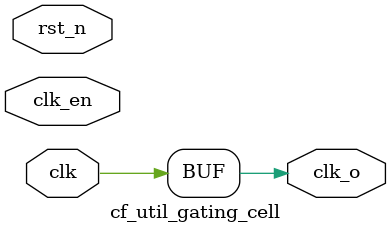
<source format=v>
`ifdef PRINT_LICENSE
/*
    Copyright 2025 ChipFoundry, a DBA of Umbralogic Technologies LLC
	Copyright 2024 Efabless Corp

    Author: Efabless Corp (ip_admin@efabless.com )
	
	Licensed under the Apache License, Version 2.0 (the "License"); 
	you may not use this file except in compliance with the License. 
	You may obtain a copy of the License at:

	http://www.apache.org/licenses/LICENSE-2.0

	Unless required by applicable law or agreed to in writing, software 
	distributed under the License is distributed on an "AS IS" BASIS, 
	WITHOUT WARRANTIES OR CONDITIONS OF ANY KIND, either express or implied. 
	See the License for the specific language governing permissions and 
	limitations under the License.
*/
`endif // PRINT_LICENSE

`timescale			    1ns/1ps
`default_nettype		none

`define     PED(clk, sig, pulse)    reg last_``sig``; always @(posedge clk) last_``sig`` <= sig; assign pulse = sig & ~last_``sig``;
`define     NED(clk, sig, pulse)    reg last_``sig``; always @(posedge clk) last_``sig`` <= sig; assign pulse = ~sig & last_``sig``;

/*
    Brute-force Synchronizer
*/
module cf_util_sync #(parameter NUM_STAGES = 2) (
    input wire clk,
    input wire in,
    output wire out
);

    reg [NUM_STAGES-1:0] sync;

    always @(posedge clk)
        sync <= {sync[NUM_STAGES-2:0], in};

    assign out = sync[NUM_STAGES-1];

endmodule

/*
    A positive edge detector
*/
module cf_util_ped (
    input wire clk,
    input wire in,
    output wire out
);
    reg last_in; 
    always @(posedge clk) 
	last_in <= in; 
    assign out = in & ~last_in;
endmodule

/*
    A negative edge detector
*/
module cf_util_ned (
    input wire clk,
    input wire in,
    output wire out
);
    reg last_in; 
    always @(posedge clk) 
        last_in <= in;
    assign out = ~in & last_in;
endmodule

/*
    A tick generator
*/
module cf_util_ticker #(parameter W=8) (
    input   wire            clk, 
    input   wire            rst_n,
    input   wire            en,
    input   wire [W-1:0]    clk_div,
    output  wire            tick
);

    reg [W-1:0] counter;
    wire        counter_is_zero = (counter == 'b0);
    wire        tick_w;
    reg         tick_reg;

    always @(posedge clk, negedge rst_n)
        if(~rst_n)
            counter <=  'b0;
        else if(en) 
            if(counter_is_zero)
                counter <=  clk_div;
            else
                counter <=  counter - 'b1; 

	assign tick_w = (clk_div == 'b0)  ?   1'b1 : counter_is_zero;

    always @(posedge clk or negedge rst_n)
        if(!rst_n)
            tick_reg <= 1'b0;
        else if(en)
            tick_reg <= tick_w;
        else
            tick_reg <= 0;

    assign tick = tick_reg;

endmodule

/*
    A glitch filter
*/
module cf_util_glitch_filter #(parameter N = 8, CLKDIV = 8'd1) (
    input   wire    clk,
    input   wire    rst_n,
    input   wire    in,
    input   wire    en,
    output  reg     out
);

    reg [N-1:0] shifter;
    wire        tick;

    cf_util_ticker ticker (
        .clk(clk),
        .rst_n(rst_n),
	.en(en),
        .clk_div(CLKDIV),
        .tick(tick)
    );

    always @(posedge clk, negedge rst_n)
        if(!rst_n)
            shifter <= 'b0;
        else if(tick)
            shifter <= {shifter[N-2:0], in};

    wire all_ones   = & shifter;
    wire all_zeros  = ~| shifter;

    always @(posedge clk, negedge rst_n)
        if(!rst_n)
            out <= 1'b0;
        else
            if(all_ones) 
                out <= 1'b1;
            else if(all_zeros) 
                out <= 1'b0;
endmodule

/*
    A FIFO
    Depth = 2^AW
    Width = DW
*/
module cf_util_fifo #(parameter DW=8, AW=4)(
    input   wire            clk,
    input   wire            rst_n,
    input   wire            rd,
    input   wire            wr,
    input   wire            flush,
    input   wire [DW-1:0]   wdata,
    output  wire            empty,
    output  wire            full,
    output  wire [DW-1:0]   rdata,
    output  wire [AW-1:0]   level    
);

    localparam  DEPTH = 2**AW;

    //Internal Signal declarations
    reg [DW-1:0]  array_reg [DEPTH-1:0];
    reg [AW-1:0]  w_ptr_reg;
    reg [AW-1:0]  w_ptr_next;
    reg [AW-1:0]  w_ptr_succ;
    reg [AW-1:0]  r_ptr_reg;
    reg [AW-1:0]  r_ptr_next;
    reg [AW-1:0]  r_ptr_succ;

    // Level
    reg [AW-1:0] level_reg;
    reg [AW-1:0] level_next;      
    reg full_reg;
    reg empty_reg;
    reg full_next;
    reg empty_next;

    wire w_en;

    always @ (posedge clk)
        if(w_en) begin
            array_reg[w_ptr_reg] <= wdata;
        end

    assign rdata = array_reg[r_ptr_reg];   
    assign w_en = wr & ~full_reg;           

    //State Machine
    always @ (posedge clk, negedge rst_n) begin 
        if(!rst_n)
            begin
                w_ptr_reg <= 'b0;
                r_ptr_reg <= 'b0;
                full_reg  <= 1'b0;
                empty_reg <= 1'b1;
                level_reg <= 'd0;
            end
        else if(flush)
            begin
                w_ptr_reg <= 'b0;
                r_ptr_reg <= 'b0;
                full_reg  <= 1'b0;
                empty_reg <= 1'b1;
                level_reg <= 'd0;
            end
        else
            begin
                w_ptr_reg <= w_ptr_next;
                r_ptr_reg <= r_ptr_next;
                full_reg  <= full_next;
                empty_reg <= empty_next;
                level_reg <= level_next;
            end
    end

    //Next State Logic
    always @* begin
        w_ptr_succ  =   w_ptr_reg + 1;
        r_ptr_succ  =   r_ptr_reg + 1;
        w_ptr_next  =   w_ptr_reg;
        r_ptr_next  =   r_ptr_reg;
        full_next   =   full_reg;
        empty_next  =   empty_reg;
        level_next  =   level_reg;

        case({w_en,rd})
            //2'b00: nop
            2'b01: 
                if(~empty_reg) begin
                    r_ptr_next = r_ptr_succ;
                    full_next = 1'b0;
                    level_next = level_reg - 1;
                    if (r_ptr_succ == w_ptr_reg)
                        empty_next = 1'b1;
                end
            
            2'b10: 
                if(~full_reg) begin
                    w_ptr_next = w_ptr_succ;
                    empty_next = 1'b0;
                    level_next = level_reg + 1;
                    if (w_ptr_succ == r_ptr_reg)
                        full_next = 1'b1;
                end
            
            2'b11: begin
                w_ptr_next = w_ptr_succ;
                r_ptr_next = r_ptr_succ;
            end
        endcase
    end

    //Set Full and Empty
    assign full = full_reg;
    assign empty = empty_reg;
    assign level = level_reg;
  
endmodule

/*
    Glitch-free 2x1 Clock Multiplexor
    based on the following old EDN article: 
    https://www.edn.com/techniques-to-make-clock-switching-glitch-free/
*/

module cf_util_clkmux_2x1 (
    input   wire    rst_n,
    input   wire    clk0, 
    input   wire    clk1,
    input   wire    sel,
    output  wire    clko
);

    reg Q1a, Q1b, Q2a, Q2b;
    wire q1a_in, q2a_in;
    
    assign clko = (clk0 & Q1b) | (clk1 & Q2b);
    
    wire  Q2b_bar = ~Q2b;
    wire  Q1b_bar = ~Q1b;
    wire  sel_bar = ~sel;
    
    assign q1a_in = Q2b_bar & sel_bar;
    assign q2a_in = Q1b_bar & sel;
    
    always @(posedge clk0 or negedge rst_n) 
        if (~rst_n) 
            Q1a <= 1'b0; 
        else 
            Q1a <= q1a_in;

    always @(negedge clk0 or negedge rst_n) 
        if (~rst_n) 
            Q1b <= 1'b0; 
        else 
            Q1b <= Q1a;

    always @(posedge clk1 or negedge rst_n) 
        if (~rst_n) 
            Q2a <= 1'b0; 
        else 
            Q2a <= q2a_in;

    always @(negedge clk1 or negedge rst_n) 
        if (~rst_n) 
            Q2b <= 1'b0; 
        else 
            Q2b <= Q2a;

endmodule

/*
    Glitch-free 4x1 Clock Multiplexor
*/
module cf_util_clkmux_4x1 (
    input   wire        rst_n,
    input   wire        clk0, 
    input   wire        clk1, 
    input   wire        clk2, 
    input   wire        clk3,
    input   wire [1:0]  sel,
    output  wire        clko
);

    wire clko1, clko2;

    cf_util_clkmux_2x1 m1(  
                    .rst_n(rst_n),
                    .clk0(clk0), 
                    .clk1(clk1), 
                    .clko(clko1), 
                    .sel(sel[0])
                );
    cf_util_clkmux_2x1 m2(  
                    .rst_n(rst_n),
                    .clk0(clk2), 
                    .clk1(clk3), 
                    .clko(clko2), 
                    .sel(sel[0])
                );
    cf_util_clkmux_2x1 m3(  
                    .rst_n(rst_n),
                    .clk0(clko1), 
                    .clk1(clko2), 
                    .clko(clko), 
                    .sel(sel[1])
                );
    
endmodule

/*
Clocking Gating Cell
*/
module cf_util_gating_cell(
    `ifdef USE_POWER_PINS 
    input   wire    vpwr,
    input   wire    vgnd,
    `endif // USE_POWER_PINS
    input   wire    clk,
    input   wire    rst_n,
    input   wire    clk_en,
    output  wire    clk_o
);
    `ifdef CLKG_SKY130_HD
    (* keep *) sky130_fd_sc_hd__dlclkp_4 clk_gate(
    `ifdef USE_POWER_PINS 
        .VPWR(vpwr), 
        .VGND(vgnd), 
        .VNB(vpwr),
		.VPB(vgnd),
    `endif // CLKG_SKY130_HD
        .GCLK(clk_o), 
        .GATE(clk_en), 
        .CLK(clk)
        );
    `elsif CLKG_GENERIC
    assign clk_o = clk & clk_en; 
    `else
    assign clk_o = clk;
    `endif // CLKG_SKY130_HD
endmodule
</source>
